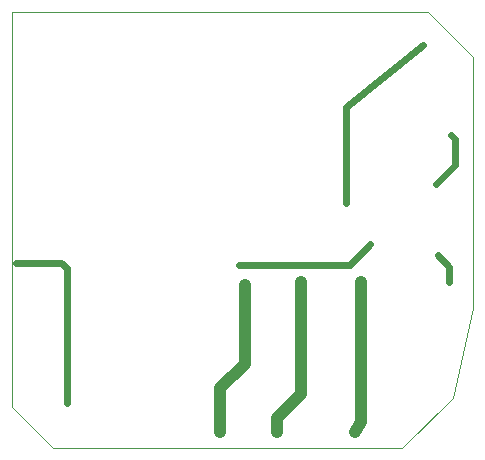
<source format=gbr>
%FSLAX32Y32*%
%MOMM*%
%LNKONTUR*%
G71*
G01*
%ADD10C, 1.00*%
%ADD11C, 0.60*%
%ADD12C, 0.10*%
%LPD*%
G54D10*
X5890Y3840D02*
X5890Y3952D01*
X6096Y4158D01*
X6096Y5110D01*
G54D10*
X6556Y3840D02*
X6604Y3920D01*
X6604Y5110D01*
G54D10*
X5620Y5079D02*
X5620Y4412D01*
X5413Y4206D01*
X5413Y3840D01*
G54D11*
X7128Y7111D02*
X6477Y6587D01*
X6477Y5777D01*
G54D11*
X7350Y5110D02*
X7350Y5238D01*
X7255Y5333D01*
G54D11*
X7366Y6349D02*
X7398Y6317D01*
X7398Y6095D01*
X7239Y5936D01*
G54D11*
X3683Y5269D02*
X4064Y5269D01*
X4112Y5222D01*
X4112Y4079D01*
G54D11*
X5572Y5253D02*
X6509Y5253D01*
X6683Y5428D01*
G54D12*
X3651Y7396D02*
X3651Y4047D01*
X3985Y3714D01*
X4000Y3698D01*
X6953Y3698D01*
X7382Y4126D01*
X7556Y4888D01*
X7556Y7016D01*
X7176Y7396D01*
X3651Y7396D01*
M02*

</source>
